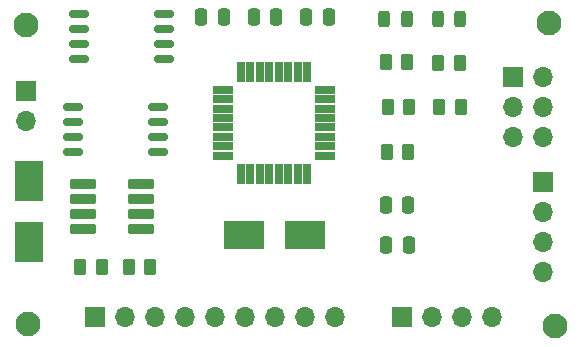
<source format=gts>
%TF.GenerationSoftware,KiCad,Pcbnew,9.0.0*%
%TF.CreationDate,2025-06-05T18:29:18+05:30*%
%TF.ProjectId,MCU datalogger,4d435520-6461-4746-916c-6f676765722e,1*%
%TF.SameCoordinates,Original*%
%TF.FileFunction,Soldermask,Top*%
%TF.FilePolarity,Negative*%
%FSLAX46Y46*%
G04 Gerber Fmt 4.6, Leading zero omitted, Abs format (unit mm)*
G04 Created by KiCad (PCBNEW 9.0.0) date 2025-06-05 18:29:18*
%MOMM*%
%LPD*%
G01*
G04 APERTURE LIST*
G04 Aperture macros list*
%AMRoundRect*
0 Rectangle with rounded corners*
0 $1 Rounding radius*
0 $2 $3 $4 $5 $6 $7 $8 $9 X,Y pos of 4 corners*
0 Add a 4 corners polygon primitive as box body*
4,1,4,$2,$3,$4,$5,$6,$7,$8,$9,$2,$3,0*
0 Add four circle primitives for the rounded corners*
1,1,$1+$1,$2,$3*
1,1,$1+$1,$4,$5*
1,1,$1+$1,$6,$7*
1,1,$1+$1,$8,$9*
0 Add four rect primitives between the rounded corners*
20,1,$1+$1,$2,$3,$4,$5,0*
20,1,$1+$1,$4,$5,$6,$7,0*
20,1,$1+$1,$6,$7,$8,$9,0*
20,1,$1+$1,$8,$9,$2,$3,0*%
G04 Aperture macros list end*
%ADD10R,1.700000X1.700000*%
%ADD11O,1.700000X1.700000*%
%ADD12RoundRect,0.250000X0.262500X0.450000X-0.262500X0.450000X-0.262500X-0.450000X0.262500X-0.450000X0*%
%ADD13C,2.100000*%
%ADD14RoundRect,0.243750X-0.243750X-0.456250X0.243750X-0.456250X0.243750X0.456250X-0.243750X0.456250X0*%
%ADD15RoundRect,0.250000X-0.250000X-0.475000X0.250000X-0.475000X0.250000X0.475000X-0.250000X0.475000X0*%
%ADD16R,3.500000X2.400000*%
%ADD17RoundRect,0.162500X-0.650000X-0.162500X0.650000X-0.162500X0.650000X0.162500X-0.650000X0.162500X0*%
%ADD18RoundRect,0.250000X-0.262500X-0.450000X0.262500X-0.450000X0.262500X0.450000X-0.262500X0.450000X0*%
%ADD19R,2.400000X3.500000*%
%ADD20RoundRect,0.250000X0.250000X0.475000X-0.250000X0.475000X-0.250000X-0.475000X0.250000X-0.475000X0*%
%ADD21RoundRect,0.102000X-0.750000X-0.275000X0.750000X-0.275000X0.750000X0.275000X-0.750000X0.275000X0*%
%ADD22RoundRect,0.102000X-0.275000X-0.750000X0.275000X-0.750000X0.275000X0.750000X-0.275000X0.750000X0*%
%ADD23RoundRect,0.099250X-0.987750X-0.297750X0.987750X-0.297750X0.987750X0.297750X-0.987750X0.297750X0*%
G04 APERTURE END LIST*
D10*
%TO.C,BT1*%
X65786000Y-94564200D03*
D11*
X65786000Y-97104200D03*
%TD*%
D12*
%TO.C,R4*%
X98251000Y-95885000D03*
X96426000Y-95885000D03*
%TD*%
%TO.C,R3*%
X98171000Y-99695000D03*
X96346000Y-99695000D03*
%TD*%
D13*
%TO.C,H2*%
X65836800Y-88925400D03*
%TD*%
D10*
%TO.C,J1*%
X109601000Y-102235000D03*
D11*
X109601000Y-104775000D03*
X109601000Y-107315000D03*
X109601000Y-109855000D03*
%TD*%
D10*
%TO.C,J4*%
X107061000Y-93345000D03*
D11*
X109601000Y-93345000D03*
X107061000Y-95885000D03*
X109601000Y-95885000D03*
X107061000Y-98425000D03*
X109601000Y-98425000D03*
%TD*%
D14*
%TO.C,D2*%
X96169000Y-88392000D03*
X98044000Y-88392000D03*
%TD*%
D15*
%TO.C,C1*%
X80650000Y-88265000D03*
X82550000Y-88265000D03*
%TD*%
D16*
%TO.C,Y1*%
X89468000Y-106680000D03*
X84268000Y-106680000D03*
%TD*%
D12*
%TO.C,R5*%
X102542500Y-92120000D03*
X100717500Y-92120000D03*
%TD*%
D13*
%TO.C,H3*%
X110100000Y-88790000D03*
%TD*%
D14*
%TO.C,D1*%
X100662500Y-88392000D03*
X102537500Y-88392000D03*
%TD*%
D10*
%TO.C,J2*%
X97647600Y-113639600D03*
D11*
X100187600Y-113639600D03*
X102727600Y-113639600D03*
X105267600Y-113639600D03*
%TD*%
D15*
%TO.C,C3*%
X85090000Y-88265000D03*
X86990000Y-88265000D03*
%TD*%
%TO.C,C5*%
X89540000Y-88265000D03*
X91440000Y-88265000D03*
%TD*%
D17*
%TO.C,U1*%
X69780597Y-95885000D03*
X69780597Y-97155000D03*
X69780597Y-98425000D03*
X69780597Y-99695000D03*
X76955597Y-99695000D03*
X76955597Y-98425000D03*
X76955597Y-97155000D03*
X76955597Y-95885000D03*
%TD*%
D13*
%TO.C,H1*%
X65989200Y-114274600D03*
%TD*%
D18*
%TO.C,R7*%
X96266000Y-92075000D03*
X98091000Y-92075000D03*
%TD*%
D19*
%TO.C,Y2*%
X66040000Y-107308000D03*
X66040000Y-102108000D03*
%TD*%
D17*
%TO.C,U2*%
X70288597Y-88011000D03*
X70288597Y-89281000D03*
X70288597Y-90551000D03*
X70288597Y-91821000D03*
X77463597Y-91821000D03*
X77463597Y-90551000D03*
X77463597Y-89281000D03*
X77463597Y-88011000D03*
%TD*%
D12*
%TO.C,R2*%
X76334000Y-109410500D03*
X74509000Y-109410500D03*
%TD*%
D10*
%TO.C,J3*%
X71628000Y-113690400D03*
D11*
X74168000Y-113690400D03*
X76708000Y-113690400D03*
X79248000Y-113690400D03*
X81788000Y-113690400D03*
X84328000Y-113690400D03*
X86868000Y-113690400D03*
X89408000Y-113690400D03*
X91948000Y-113690400D03*
%TD*%
D20*
%TO.C,C4*%
X98232000Y-107594400D03*
X96332000Y-107594400D03*
%TD*%
D21*
%TO.C,U4*%
X82514000Y-94416371D03*
X82514000Y-95216371D03*
X82514000Y-96016371D03*
X82514000Y-96816371D03*
X82514000Y-97616371D03*
X82514000Y-98416371D03*
X82514000Y-99216371D03*
X82514000Y-100016371D03*
D22*
X84014000Y-101516371D03*
X84814000Y-101516371D03*
X85614000Y-101516371D03*
X86414000Y-101516371D03*
X87214000Y-101516371D03*
X88014000Y-101516371D03*
X88814000Y-101516371D03*
X89614000Y-101516371D03*
D21*
X91114000Y-100016371D03*
X91114000Y-99216371D03*
X91114000Y-98416371D03*
X91114000Y-97616371D03*
X91114000Y-96816371D03*
X91114000Y-96016371D03*
X91114000Y-95216371D03*
X91114000Y-94416371D03*
D22*
X89614000Y-92916371D03*
X88814000Y-92916371D03*
X88014000Y-92916371D03*
X87214000Y-92916371D03*
X86414000Y-92916371D03*
X85614000Y-92916371D03*
X84814000Y-92916371D03*
X84014000Y-92916371D03*
%TD*%
D23*
%TO.C,U3*%
X70612000Y-102362000D03*
X70612000Y-103632000D03*
X70612000Y-104902000D03*
X70612000Y-106172000D03*
X75562000Y-106172000D03*
X75562000Y-104902000D03*
X75562000Y-103632000D03*
X75562000Y-102362000D03*
%TD*%
D12*
%TO.C,R1*%
X72246500Y-109410500D03*
X70421500Y-109410500D03*
%TD*%
D18*
%TO.C,R6*%
X100791000Y-95885000D03*
X102616000Y-95885000D03*
%TD*%
D20*
%TO.C,C2*%
X98166000Y-104140000D03*
X96266000Y-104140000D03*
%TD*%
D13*
%TO.C,H4*%
X110566200Y-114452400D03*
%TD*%
M02*

</source>
